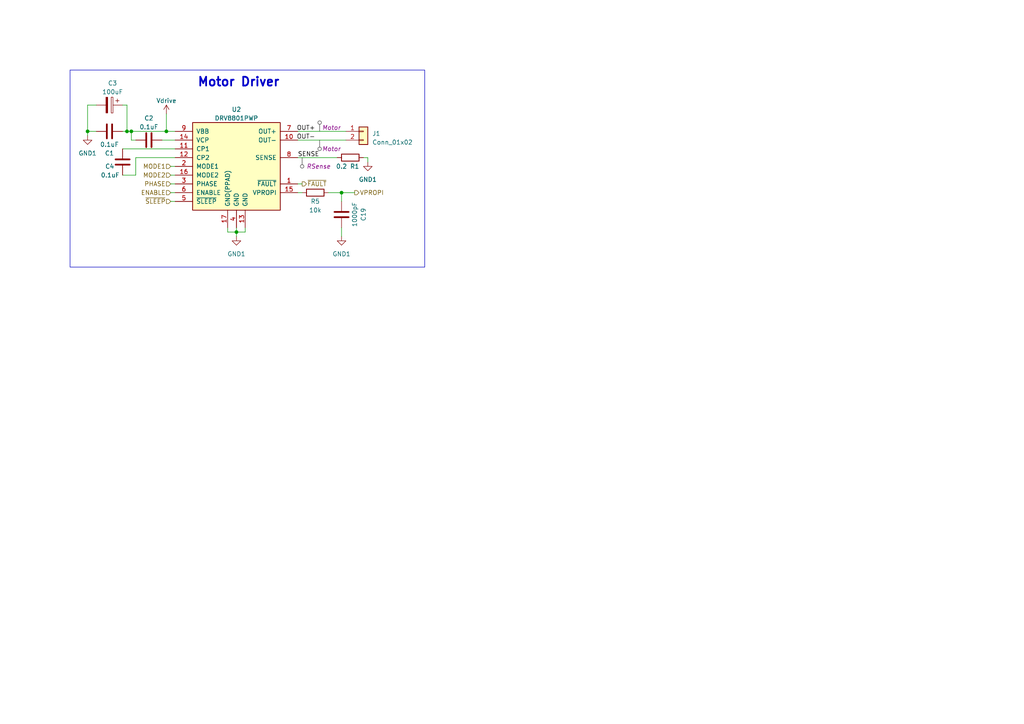
<source format=kicad_sch>
(kicad_sch (version 20230121) (generator eeschema)
  (paper "A4")
  (lib_symbols
    (symbol "Connector_Generic:Conn_01x02" (pin_names (offset 1.016) hide)
      (property "Reference" "J" (at 0 2.54 0))
      (property "Value" "Conn_01x02" (at 0 -5.08 0))
      (symbol "Conn_01x02_1_1"
        (rectangle (start -1.27 -2.413) (end 0 -2.667) (stroke (width 0.1524)))
        (rectangle (start -1.27 0.127) (end 0 -0.127) (stroke (width 0.1524)))
        (rectangle (start -1.27 1.27) (end 1.27 -3.81) (stroke (width 0.254)) (fill (type background)))
        (pin passive line (at -5.08 0 0) (length 3.81) (name "Pin_1") (number "1"))
        (pin passive line (at -5.08 -2.54 0) (length 3.81) (name "Pin_2") (number "2"))
      )
    )
    (symbol "Device:C" (pin_numbers hide) (pin_names (offset 0.254))
      (property "Reference" "C" (at 0.635 2.54 0))
      (property "Value" "C" (at 0.635 -2.54 0))
      (symbol "C_0_1"
        (polyline (pts (xy -2.032 -0.762) (xy 2.032 -0.762)) (stroke (width 0.508)))
        (polyline (pts (xy -2.032 0.762) (xy 2.032 0.762)) (stroke (width 0.508)))
      )
      (symbol "C_1_1"
        (pin passive line (at 0 3.81 270) (length 2.794) (name "~") (number "1"))
        (pin passive line (at 0 -3.81 90) (length 2.794) (name "~") (number "2"))
      )
    )
    (symbol "Device:C_Polarized" (pin_numbers hide) (pin_names (offset 0.254))
      (property "Reference" "C" (at 0.635 2.54 0))
      (property "Value" "C_Polarized" (at 0.635 -2.54 0))
      (symbol "C_Polarized_0_1"
        (rectangle (start -2.286 0.508) (end 2.286 1.016))
        (polyline (pts (xy -1.778 2.286) (xy -0.762 2.286)))
        (polyline (pts (xy -1.27 2.794) (xy -1.27 1.778)))
        (rectangle (start 2.286 -0.508) (end -2.286 -1.016) (fill (type outline)))
      )
      (symbol "C_Polarized_1_1"
        (pin passive line (at 0 3.81 270) (length 2.794) (name "~") (number "1"))
        (pin passive line (at 0 -3.81 90) (length 2.794) (name "~") (number "2"))
      )
    )
    (symbol "Device:R" (pin_numbers hide) (pin_names (offset 0))
      (property "Reference" "R" (at 2.032 0 90))
      (property "Value" "R" (at 0 0 90))
      (symbol "R_0_1"
        (rectangle (start -1.016 -2.54) (end 1.016 2.54) (stroke (width 0.254)))
      )
      (symbol "R_1_1"
        (pin passive line (at 0 3.81 270) (length 1.27) (name "~") (number "1"))
        (pin passive line (at 0 -3.81 90) (length 1.27) (name "~") (number "2"))
      )
    )
    (symbol "Driver_Motor:DRV8801PWP" (pin_names (offset 1.016))
      (property "Reference" "U" (at -12.7 16.51 0))
      (property "Value" "DRV8801PWP" (at -12.7 13.97 0))
      (symbol "DRV8801PWP_0_1"
        (rectangle (start -12.7 12.7) (end 12.7 -12.7) (stroke (width 0.254)) (fill (type background)))
      )
      (symbol "DRV8801PWP_1_1"
        (pin open_collector line (at 17.78 -5.08 180) (length 5.08) (name "~{FAULT}") (number "1"))
        (pin power_out line (at 17.78 7.62 180) (length 5.08) (name "OUT-") (number "10"))
        (pin power_in line (at -17.78 5.08 0) (length 5.08) (name "CP1") (number "11"))
        (pin power_in line (at -17.78 2.54 0) (length 5.08) (name "CP2") (number "12"))
        (pin power_in line (at 2.54 -17.78 90) (length 5.08) (name "GND") (number "13"))
        (pin power_in line (at -17.78 7.62 0) (length 5.08) (name "VCP") (number "14"))
        (pin output line (at 17.78 -7.62 180) (length 5.08) (name "VPROPI") (number "15"))
        (pin input line (at -17.78 -2.54 0) (length 5.08) (name "MODE2") (number "16"))
        (pin power_in line (at -2.54 -17.78 90) (length 5.08) (name "GND(PPAD)") (number "17"))
        (pin input line (at -17.78 0 0) (length 5.08) (name "MODE1") (number "2"))
        (pin input line (at -17.78 -5.08 0) (length 5.08) (name "PHASE") (number "3"))
        (pin power_in line (at 0 -17.78 90) (length 5.08) (name "GND") (number "4"))
        (pin input line (at -17.78 -10.16 0) (length 5.08) (name "~{SLEEP}") (number "5"))
        (pin input line (at -17.78 -7.62 0) (length 5.08) (name "ENABLE") (number "6"))
        (pin power_out line (at 17.78 10.16 180) (length 5.08) (name "OUT+") (number "7"))
        (pin power_out line (at 17.78 2.54 180) (length 5.08) (name "SENSE") (number "8"))
        (pin power_in line (at -17.78 10.16 0) (length 5.08) (name "VBB") (number "9"))
      )
    )
    (symbol "power:GND1" (power) (pin_names (offset 0))
      (property "Value" "GND1" (at 0 -3.81 0))
      (symbol "GND1_0_1"
        (polyline (pts (xy 0 0) (xy 0 -1.27) (xy 1.27 -1.27) (xy 0 -2.54) (xy -1.27 -1.27) (xy 0 -1.27)))
      )
      (symbol "GND1_1_1"
        (pin power_in line (at 0 0 270) (length 0) hide (name "GND1") (number "1"))
      )
    )
    (symbol "power:Vdrive" (power) (pin_names (offset 0))
      (property "Value" "Vdrive" (at 0 3.81 0))
      (symbol "Vdrive_0_1"
        (polyline (pts (xy -0.762 1.27) (xy 0 2.54)))
        (polyline (pts (xy 0 0) (xy 0 2.54)))
        (polyline (pts (xy 0 2.54) (xy 0.762 1.27)))
      )
      (symbol "Vdrive_1_1"
        (pin power_in line (at 0 0 90) (length 0) hide (name "Vdrive") (number "1"))
      )
    )
  )
  (junction (at 68.58 67.31))
  (junction (at 25.4 38.1))
  (junction (at 99.06 55.88))
  (junction (at 36.83 38.1))
  (junction (at 38.1 38.1))
  (junction (at 48.26 38.1))
  (wire (pts (xy 35.56 43.18) (xy 50.8 43.18)))
  (wire (pts (xy 27.94 38.1) (xy 25.4 38.1)))
  (wire (pts (xy 39.37 40.64) (xy 38.1 40.64)))
  (wire (pts (xy 49.53 50.8) (xy 50.8 50.8)))
  (wire (pts (xy 38.1 38.1) (xy 36.83 38.1)))
  (wire (pts (xy 38.1 38.1) (xy 48.26 38.1)))
  (wire (pts (xy 86.36 38.1) (xy 100.33 38.1)))
  (wire (pts (xy 49.53 53.34) (xy 50.8 53.34)))
  (wire (pts (xy 25.4 30.48) (xy 25.4 38.1)))
  (wire (pts (xy 46.99 40.64) (xy 50.8 40.64)))
  (wire (pts (xy 36.83 30.48) (xy 36.83 38.1)))
  (wire (pts (xy 106.68 45.72) (xy 105.41 45.72)))
  (wire (pts (xy 66.04 66.04) (xy 66.04 67.31)))
  (wire (pts (xy 25.4 38.1) (xy 25.4 39.37)))
  (wire (pts (xy 71.12 66.04) (xy 71.12 67.31)))
  (wire (pts (xy 50.8 38.1) (xy 48.26 38.1)))
  (wire (pts (xy 106.68 45.72) (xy 106.68 46.99)))
  (wire (pts (xy 86.36 40.64) (xy 100.33 40.64)))
  (wire (pts (xy 49.53 58.42) (xy 50.8 58.42)))
  (wire (pts (xy 95.25 55.88) (xy 99.06 55.88)))
  (wire (pts (xy 49.53 48.26) (xy 50.8 48.26)))
  (wire (pts (xy 86.36 45.72) (xy 97.79 45.72)))
  (wire (pts (xy 35.56 38.1) (xy 36.83 38.1)))
  (wire (pts (xy 35.56 30.48) (xy 36.83 30.48)))
  (wire (pts (xy 68.58 67.31) (xy 68.58 68.58)))
  (wire (pts (xy 68.58 66.04) (xy 68.58 67.31)))
  (wire (pts (xy 66.04 67.31) (xy 68.58 67.31)))
  (wire (pts (xy 68.58 67.31) (xy 71.12 67.31)))
  (wire (pts (xy 49.53 55.88) (xy 50.8 55.88)))
  (wire (pts (xy 99.06 58.42) (xy 99.06 55.88)))
  (wire (pts (xy 86.36 55.88) (xy 87.63 55.88)))
  (wire (pts (xy 27.94 30.48) (xy 25.4 30.48)))
  (wire (pts (xy 99.06 55.88) (xy 102.87 55.88)))
  (wire (pts (xy 48.26 33.02) (xy 48.26 38.1)))
  (wire (pts (xy 38.1 40.64) (xy 38.1 38.1)))
  (wire (pts (xy 39.37 45.72) (xy 50.8 45.72)))
  (wire (pts (xy 99.06 66.04) (xy 99.06 68.58)))
  (wire (pts (xy 86.36 53.34) (xy 87.63 53.34)))
  (wire (pts (xy 39.37 50.8) (xy 39.37 45.72)))
  (wire (pts (xy 35.56 50.8) (xy 39.37 50.8)))
  (rectangle (start 20.32 20.32) (end 123.19 77.47))
  (text "Motor Driver" (at 57.15 25.4 0) (effects (font (size 2.54 2.54) (thickness 0.508) bold) (justify left bottom)))
  (label "SENSE" (at 86.36 45.72 0))
  (label "OUT-" (at 91.44 40.64 180))
  (label "OUT+" (at 91.44 38.1 180))
  (hierarchical_label "PHASE" (shape input) (at 49.53 53.34 180))
  (hierarchical_label "~{SLEEP}" (shape input) (at 49.53 58.42 180))
  (hierarchical_label "ENABLE" (shape input) (at 49.53 55.88 180))
  (hierarchical_label "VPROPI" (shape output) (at 102.87 55.88 0))
  (hierarchical_label "MODE2" (shape input) (at 49.53 50.8 180))
  (hierarchical_label "MODE1" (shape input) (at 49.53 48.26 180))
  (hierarchical_label "~{FAULT}" (shape output) (at 87.63 53.34 0))
  (netclass_flag "" (length 2.54) (shape round) (at 92.71 40.64 180) (property "Netclass" "Motor" (at 93.4085 43.18 0) (effects (font italic) (justify left))))
  (netclass_flag "" (length 2.54) (shape round) (at 92.71 38.1 0) (property "Netclass" "Motor" (at 93.4085 37.0205 0) (effects (font italic) (justify left))))
  (netclass_flag "" (length 2.54) (shape round) (at 87.63 45.72 180) (property "Netclass" "RSense" (at 88.9 48.26 0) (effects (font italic) (justify left))))
  (symbol (lib_id "Device:C") (at 31.75 38.1 90) (unit 1)
    (property "Reference" "C1" (at 31.75 44.45 90))
    (property "Value" "0.1uF" (at 31.75 41.91 90))
    (property "Footprint" "Capacitor_SMD:C_0805_2012Metric_Pad1.18x1.45mm_HandSolder" (effects hide))
    (property "Mfr. No" "08055C104JAT2A" (effects hide))
    (instances (project "BioRobotics Tank PCB" (path "" (reference "C1") (unit 1)) (path "" (reference "C6") (unit 1)) (path "" (reference "C10") (unit 1)) (path "" (reference "C14") (unit 1))))
  )
  (symbol (lib_id "Device:C") (at 99.06 62.23 180) (unit 1)
    (property "Reference" "C19" (at 105.41 62.23 90))
    (property "Value" "1000pF" (at 102.87 62.23 90))
    (property "Footprint" "Capacitor_SMD:C_0805_2012Metric_Pad1.18x1.45mm_HandSolder" (effects hide))
    (property "Mfr. No" "KAF21BR72D102MT" (effects hide))
    (instances (project "BioRobotics Tank PCB" (path "" (reference "C19") (unit 1)) (path "" (reference "C20") (unit 1)) (path "" (reference "C21") (unit 1)) (path "" (reference "C22") (unit 1))))
  )
  (symbol (lib_id "Device:C") (at 35.56 46.99 180) (unit 1)
    (property "Reference" "C4" (at 30.48 48.26 0) (effects (justify right)))
    (property "Value" "0.1uF" (at 29.21 50.8 0) (effects (justify right)))
    (property "Footprint" "Capacitor_SMD:C_0805_2012Metric_Pad1.18x1.45mm_HandSolder" (effects hide))
    (property "Mfr. No" "08055C104JAT2A" (effects hide))
    (instances (project "BioRobotics Tank PCB" (path "" (reference "C4") (unit 1)) (path "" (reference "C7") (unit 1)) (path "" (reference "C11") (unit 1)) (path "" (reference "C15") (unit 1))))
  )
  (symbol (lib_id "Device:R") (at 91.44 55.88 270) (unit 1)
    (property "Reference" "R5" (at 91.44 58.42 90))
    (property "Value" "10k" (at 91.44 60.96 90))
    (property "Footprint" "Resistor_SMD:R_0805_2012Metric_Pad1.20x1.40mm_HandSolder" (effects hide))
    (property "Mfr. No" "CRS0805-FX-1002ELF" (effects hide))
    (instances (project "BioRobotics Tank PCB" (path "" (reference "R5") (unit 1)) (path "" (reference "R7") (unit 1)) (path "" (reference "R8") (unit 1)) (path "" (reference "R9") (unit 1)) (path "" (reference "R10") (unit 1))))
  )
  (symbol (lib_id "power:GND1") (at 99.06 68.58 0) (unit 1)
    (property "Reference" "#PWR024" (effects hide))
    (property "Value" "GND1" (at 99.06 73.66 0))
    (instances (project "BioRobotics Tank PCB" (path "" (reference "#PWR024") (unit 1)) (path "" (reference "#PWR032") (unit 1)) (path "" (reference "#PWR034") (unit 1)) (path "" (reference "#PWR035") (unit 1))))
  )
  (symbol (lib_id "Connector_Generic:Conn_01x02") (at 105.41 38.1 0) (unit 1)
    (property "Reference" "J1" (at 107.95 38.735 0) (effects (justify left)))
    (property "Value" "Conn_01x02" (at 107.95 41.275 0) (effects (justify left)))
    (property "Footprint" "TB009-508-02BE:CUI_TB009-508-02BE" (effects hide))
    (property "Mfr. No" "TB009-508-02BE" (effects hide))
    (instances (project "BioRobotics Tank PCB" (path "" (reference "J1") (unit 1)) (path "" (reference "J2") (unit 1)) (path "" (reference "J3") (unit 1)) (path "" (reference "J4") (unit 1))))
  )
  (symbol (lib_id "Device:C") (at 43.18 40.64 90) (unit 1)
    (property "Reference" "C2" (at 43.18 34.29 90))
    (property "Value" "0.1uF" (at 43.18 36.83 90))
    (property "Footprint" "Capacitor_SMD:C_0805_2012Metric_Pad1.18x1.45mm_HandSolder" (effects hide))
    (property "Mfr. No" "08055C104JAT2A" (effects hide))
    (instances (project "BioRobotics Tank PCB" (path "" (reference "C2") (unit 1)) (path "" (reference "C8") (unit 1)) (path "" (reference "C12") (unit 1)) (path "" (reference "C16") (unit 1))))
  )
  (symbol (lib_id "Device:C_Polarized") (at 31.75 30.48 270) (unit 1)
    (property "Reference" "C3" (at 32.639 24.13 90))
    (property "Value" "100uF" (at 32.639 26.67 90))
    (property "Footprint" "Capacitor_THT:CP_Radial_D10.0mm_P5.00mm" (effects hide))
    (property "Mfr. No" "UVZ1J101MPD" (effects hide))
    (instances (project "BioRobotics Tank PCB" (path "" (reference "C3") (unit 1)) (path "" (reference "C5") (unit 1)) (path "" (reference "C9") (unit 1)) (path "" (reference "C13") (unit 1))))
  )
  (symbol (lib_id "power:Vdrive") (at 48.26 33.02 0) (unit 1)
    (property "Reference" "#PWR03" (effects hide))
    (property "Value" "Vdrive" (at 48.26 29.21 0))
    (instances (project "BioRobotics Tank PCB" (path "" (reference "#PWR03") (unit 1)) (path "" (reference "#PWR06") (unit 1)) (path "" (reference "#PWR010") (unit 1)) (path "" (reference "#PWR014") (unit 1))))
  )
  (symbol (lib_id "Device:R") (at 101.6 45.72 90) (unit 1)
    (property "Reference" "R1" (at 102.87 48.26 90))
    (property "Value" "0.2" (at 99.06 48.26 90))
    (property "Footprint" "Resistor_SMD:R_1020_2550Metric_Pad1.33x5.20mm_HandSolder" (effects hide))
    (property "Mfr. No" "ERJ-D1CFR200U" (effects hide))
    (instances (project "BioRobotics Tank PCB" (path "" (reference "R1") (unit 1)) (path "" (reference "R2") (unit 1)) (path "" (reference "R3") (unit 1)) (path "" (reference "R4") (unit 1))))
  )
  (symbol (lib_id "power:GND1") (at 68.58 68.58 0) (unit 1)
    (property "Reference" "#PWR04" (effects hide))
    (property "Value" "GND1" (at 68.58 73.66 0))
    (instances (project "BioRobotics Tank PCB" (path "" (reference "#PWR04") (unit 1)) (path "" (reference "#PWR07") (unit 1)) (path "" (reference "#PWR011") (unit 1)) (path "" (reference "#PWR015") (unit 1))))
  )
  (symbol (lib_id "power:GND1") (at 106.68 46.99 0) (unit 1)
    (property "Reference" "#PWR01" (effects hide))
    (property "Value" "GND1" (at 106.68 52.07 0))
    (instances (project "BioRobotics Tank PCB" (path "" (reference "#PWR01") (unit 1)) (path "" (reference "#PWR08") (unit 1)) (path "" (reference "#PWR012") (unit 1)) (path "" (reference "#PWR016") (unit 1))))
  )
  (symbol (lib_id "Driver_Motor:DRV8801PWP") (at 68.58 48.26 0) (unit 1)
    (property "Reference" "U2" (at 68.58 31.75 0))
    (property "Value" "DRV8801PWP" (at 68.58 34.29 0))
    (property "Footprint" "Package_SO:HTSSOP-16-1EP_4.4x5mm_P0.65mm_EP3.4x5mm_Mask3x3mm_ThermalVias" (effects hide))
    (property "Datasheet" "http://www.ti.com/lit/ds/symlink/drv8801.pdf" (effects hide))
    (property "Mfr. No" "DRV8801PWP" (effects hide))
    (instances (project "BioRobotics Tank PCB" (path "" (reference "U2") (unit 1)) (path "" (reference "U3") (unit 1)) (path "" (reference "U4") (unit 1)) (path "" (reference "U5") (unit 1))))
  )
  (symbol (lib_id "power:GND1") (at 25.4 39.37 0) (unit 1)
    (property "Reference" "#PWR02" (effects hide))
    (property "Value" "GND1" (at 25.4 44.45 0))
    (instances (project "BioRobotics Tank PCB" (path "" (reference "#PWR02") (unit 1)) (path "" (reference "#PWR05") (unit 1)) (path "" (reference "#PWR09") (unit 1)) (path "" (reference "#PWR013") (unit 1))))
  )
)
</source>
